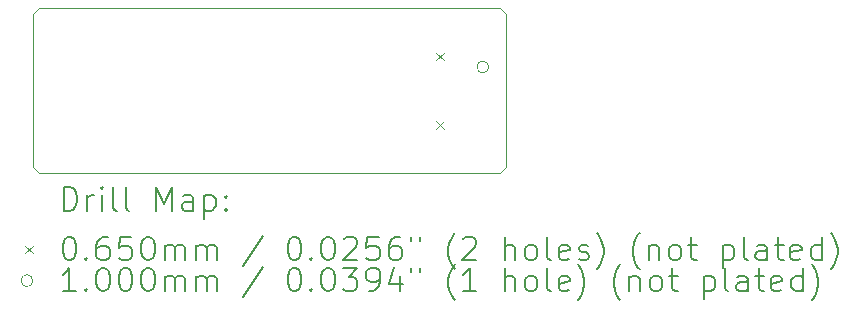
<source format=gbr>
%TF.GenerationSoftware,KiCad,Pcbnew,8.0.3*%
%TF.CreationDate,2024-07-15T22:15:33+10:00*%
%TF.ProjectId,rs-probe,72732d70-726f-4626-952e-6b696361645f,rev?*%
%TF.SameCoordinates,Original*%
%TF.FileFunction,Drillmap*%
%TF.FilePolarity,Positive*%
%FSLAX45Y45*%
G04 Gerber Fmt 4.5, Leading zero omitted, Abs format (unit mm)*
G04 Created by KiCad (PCBNEW 8.0.3) date 2024-07-15 22:15:33*
%MOMM*%
%LPD*%
G01*
G04 APERTURE LIST*
%ADD10C,0.100000*%
%ADD11C,0.200000*%
G04 APERTURE END LIST*
D10*
X18800000Y-9300000D02*
X14900000Y-9300000D01*
X14850000Y-9250000D02*
X14850000Y-7950000D01*
X18850000Y-9250000D02*
X18800000Y-9300000D01*
X14900000Y-7900000D02*
X18800000Y-7900000D01*
X18800000Y-7900000D02*
X18850000Y-7950000D01*
X14850000Y-9250000D02*
X14900000Y-9300000D01*
X14850000Y-7950000D02*
X14900000Y-7900000D01*
X18850000Y-7950000D02*
X18850000Y-9250000D01*
D11*
D10*
X18257500Y-8278500D02*
X18322500Y-8343500D01*
X18322500Y-8278500D02*
X18257500Y-8343500D01*
X18257500Y-8856500D02*
X18322500Y-8921500D01*
X18322500Y-8856500D02*
X18257500Y-8921500D01*
X18705000Y-8399995D02*
G75*
G02*
X18605000Y-8399995I-50000J0D01*
G01*
X18605000Y-8399995D02*
G75*
G02*
X18705000Y-8399995I50000J0D01*
G01*
D11*
X15105777Y-9616484D02*
X15105777Y-9416484D01*
X15105777Y-9416484D02*
X15153396Y-9416484D01*
X15153396Y-9416484D02*
X15181967Y-9426008D01*
X15181967Y-9426008D02*
X15201015Y-9445055D01*
X15201015Y-9445055D02*
X15210539Y-9464103D01*
X15210539Y-9464103D02*
X15220062Y-9502198D01*
X15220062Y-9502198D02*
X15220062Y-9530770D01*
X15220062Y-9530770D02*
X15210539Y-9568865D01*
X15210539Y-9568865D02*
X15201015Y-9587912D01*
X15201015Y-9587912D02*
X15181967Y-9606960D01*
X15181967Y-9606960D02*
X15153396Y-9616484D01*
X15153396Y-9616484D02*
X15105777Y-9616484D01*
X15305777Y-9616484D02*
X15305777Y-9483150D01*
X15305777Y-9521246D02*
X15315301Y-9502198D01*
X15315301Y-9502198D02*
X15324824Y-9492674D01*
X15324824Y-9492674D02*
X15343872Y-9483150D01*
X15343872Y-9483150D02*
X15362920Y-9483150D01*
X15429586Y-9616484D02*
X15429586Y-9483150D01*
X15429586Y-9416484D02*
X15420062Y-9426008D01*
X15420062Y-9426008D02*
X15429586Y-9435531D01*
X15429586Y-9435531D02*
X15439110Y-9426008D01*
X15439110Y-9426008D02*
X15429586Y-9416484D01*
X15429586Y-9416484D02*
X15429586Y-9435531D01*
X15553396Y-9616484D02*
X15534348Y-9606960D01*
X15534348Y-9606960D02*
X15524824Y-9587912D01*
X15524824Y-9587912D02*
X15524824Y-9416484D01*
X15658158Y-9616484D02*
X15639110Y-9606960D01*
X15639110Y-9606960D02*
X15629586Y-9587912D01*
X15629586Y-9587912D02*
X15629586Y-9416484D01*
X15886729Y-9616484D02*
X15886729Y-9416484D01*
X15886729Y-9416484D02*
X15953396Y-9559341D01*
X15953396Y-9559341D02*
X16020062Y-9416484D01*
X16020062Y-9416484D02*
X16020062Y-9616484D01*
X16201015Y-9616484D02*
X16201015Y-9511722D01*
X16201015Y-9511722D02*
X16191491Y-9492674D01*
X16191491Y-9492674D02*
X16172443Y-9483150D01*
X16172443Y-9483150D02*
X16134348Y-9483150D01*
X16134348Y-9483150D02*
X16115301Y-9492674D01*
X16201015Y-9606960D02*
X16181967Y-9616484D01*
X16181967Y-9616484D02*
X16134348Y-9616484D01*
X16134348Y-9616484D02*
X16115301Y-9606960D01*
X16115301Y-9606960D02*
X16105777Y-9587912D01*
X16105777Y-9587912D02*
X16105777Y-9568865D01*
X16105777Y-9568865D02*
X16115301Y-9549817D01*
X16115301Y-9549817D02*
X16134348Y-9540293D01*
X16134348Y-9540293D02*
X16181967Y-9540293D01*
X16181967Y-9540293D02*
X16201015Y-9530770D01*
X16296253Y-9483150D02*
X16296253Y-9683150D01*
X16296253Y-9492674D02*
X16315301Y-9483150D01*
X16315301Y-9483150D02*
X16353396Y-9483150D01*
X16353396Y-9483150D02*
X16372443Y-9492674D01*
X16372443Y-9492674D02*
X16381967Y-9502198D01*
X16381967Y-9502198D02*
X16391491Y-9521246D01*
X16391491Y-9521246D02*
X16391491Y-9578389D01*
X16391491Y-9578389D02*
X16381967Y-9597436D01*
X16381967Y-9597436D02*
X16372443Y-9606960D01*
X16372443Y-9606960D02*
X16353396Y-9616484D01*
X16353396Y-9616484D02*
X16315301Y-9616484D01*
X16315301Y-9616484D02*
X16296253Y-9606960D01*
X16477205Y-9597436D02*
X16486729Y-9606960D01*
X16486729Y-9606960D02*
X16477205Y-9616484D01*
X16477205Y-9616484D02*
X16467682Y-9606960D01*
X16467682Y-9606960D02*
X16477205Y-9597436D01*
X16477205Y-9597436D02*
X16477205Y-9616484D01*
X16477205Y-9492674D02*
X16486729Y-9502198D01*
X16486729Y-9502198D02*
X16477205Y-9511722D01*
X16477205Y-9511722D02*
X16467682Y-9502198D01*
X16467682Y-9502198D02*
X16477205Y-9492674D01*
X16477205Y-9492674D02*
X16477205Y-9511722D01*
D10*
X14780000Y-9912500D02*
X14845000Y-9977500D01*
X14845000Y-9912500D02*
X14780000Y-9977500D01*
D11*
X15143872Y-9836484D02*
X15162920Y-9836484D01*
X15162920Y-9836484D02*
X15181967Y-9846008D01*
X15181967Y-9846008D02*
X15191491Y-9855531D01*
X15191491Y-9855531D02*
X15201015Y-9874579D01*
X15201015Y-9874579D02*
X15210539Y-9912674D01*
X15210539Y-9912674D02*
X15210539Y-9960293D01*
X15210539Y-9960293D02*
X15201015Y-9998389D01*
X15201015Y-9998389D02*
X15191491Y-10017436D01*
X15191491Y-10017436D02*
X15181967Y-10026960D01*
X15181967Y-10026960D02*
X15162920Y-10036484D01*
X15162920Y-10036484D02*
X15143872Y-10036484D01*
X15143872Y-10036484D02*
X15124824Y-10026960D01*
X15124824Y-10026960D02*
X15115301Y-10017436D01*
X15115301Y-10017436D02*
X15105777Y-9998389D01*
X15105777Y-9998389D02*
X15096253Y-9960293D01*
X15096253Y-9960293D02*
X15096253Y-9912674D01*
X15096253Y-9912674D02*
X15105777Y-9874579D01*
X15105777Y-9874579D02*
X15115301Y-9855531D01*
X15115301Y-9855531D02*
X15124824Y-9846008D01*
X15124824Y-9846008D02*
X15143872Y-9836484D01*
X15296253Y-10017436D02*
X15305777Y-10026960D01*
X15305777Y-10026960D02*
X15296253Y-10036484D01*
X15296253Y-10036484D02*
X15286729Y-10026960D01*
X15286729Y-10026960D02*
X15296253Y-10017436D01*
X15296253Y-10017436D02*
X15296253Y-10036484D01*
X15477205Y-9836484D02*
X15439110Y-9836484D01*
X15439110Y-9836484D02*
X15420062Y-9846008D01*
X15420062Y-9846008D02*
X15410539Y-9855531D01*
X15410539Y-9855531D02*
X15391491Y-9884103D01*
X15391491Y-9884103D02*
X15381967Y-9922198D01*
X15381967Y-9922198D02*
X15381967Y-9998389D01*
X15381967Y-9998389D02*
X15391491Y-10017436D01*
X15391491Y-10017436D02*
X15401015Y-10026960D01*
X15401015Y-10026960D02*
X15420062Y-10036484D01*
X15420062Y-10036484D02*
X15458158Y-10036484D01*
X15458158Y-10036484D02*
X15477205Y-10026960D01*
X15477205Y-10026960D02*
X15486729Y-10017436D01*
X15486729Y-10017436D02*
X15496253Y-9998389D01*
X15496253Y-9998389D02*
X15496253Y-9950770D01*
X15496253Y-9950770D02*
X15486729Y-9931722D01*
X15486729Y-9931722D02*
X15477205Y-9922198D01*
X15477205Y-9922198D02*
X15458158Y-9912674D01*
X15458158Y-9912674D02*
X15420062Y-9912674D01*
X15420062Y-9912674D02*
X15401015Y-9922198D01*
X15401015Y-9922198D02*
X15391491Y-9931722D01*
X15391491Y-9931722D02*
X15381967Y-9950770D01*
X15677205Y-9836484D02*
X15581967Y-9836484D01*
X15581967Y-9836484D02*
X15572443Y-9931722D01*
X15572443Y-9931722D02*
X15581967Y-9922198D01*
X15581967Y-9922198D02*
X15601015Y-9912674D01*
X15601015Y-9912674D02*
X15648634Y-9912674D01*
X15648634Y-9912674D02*
X15667682Y-9922198D01*
X15667682Y-9922198D02*
X15677205Y-9931722D01*
X15677205Y-9931722D02*
X15686729Y-9950770D01*
X15686729Y-9950770D02*
X15686729Y-9998389D01*
X15686729Y-9998389D02*
X15677205Y-10017436D01*
X15677205Y-10017436D02*
X15667682Y-10026960D01*
X15667682Y-10026960D02*
X15648634Y-10036484D01*
X15648634Y-10036484D02*
X15601015Y-10036484D01*
X15601015Y-10036484D02*
X15581967Y-10026960D01*
X15581967Y-10026960D02*
X15572443Y-10017436D01*
X15810539Y-9836484D02*
X15829586Y-9836484D01*
X15829586Y-9836484D02*
X15848634Y-9846008D01*
X15848634Y-9846008D02*
X15858158Y-9855531D01*
X15858158Y-9855531D02*
X15867682Y-9874579D01*
X15867682Y-9874579D02*
X15877205Y-9912674D01*
X15877205Y-9912674D02*
X15877205Y-9960293D01*
X15877205Y-9960293D02*
X15867682Y-9998389D01*
X15867682Y-9998389D02*
X15858158Y-10017436D01*
X15858158Y-10017436D02*
X15848634Y-10026960D01*
X15848634Y-10026960D02*
X15829586Y-10036484D01*
X15829586Y-10036484D02*
X15810539Y-10036484D01*
X15810539Y-10036484D02*
X15791491Y-10026960D01*
X15791491Y-10026960D02*
X15781967Y-10017436D01*
X15781967Y-10017436D02*
X15772443Y-9998389D01*
X15772443Y-9998389D02*
X15762920Y-9960293D01*
X15762920Y-9960293D02*
X15762920Y-9912674D01*
X15762920Y-9912674D02*
X15772443Y-9874579D01*
X15772443Y-9874579D02*
X15781967Y-9855531D01*
X15781967Y-9855531D02*
X15791491Y-9846008D01*
X15791491Y-9846008D02*
X15810539Y-9836484D01*
X15962920Y-10036484D02*
X15962920Y-9903150D01*
X15962920Y-9922198D02*
X15972443Y-9912674D01*
X15972443Y-9912674D02*
X15991491Y-9903150D01*
X15991491Y-9903150D02*
X16020063Y-9903150D01*
X16020063Y-9903150D02*
X16039110Y-9912674D01*
X16039110Y-9912674D02*
X16048634Y-9931722D01*
X16048634Y-9931722D02*
X16048634Y-10036484D01*
X16048634Y-9931722D02*
X16058158Y-9912674D01*
X16058158Y-9912674D02*
X16077205Y-9903150D01*
X16077205Y-9903150D02*
X16105777Y-9903150D01*
X16105777Y-9903150D02*
X16124824Y-9912674D01*
X16124824Y-9912674D02*
X16134348Y-9931722D01*
X16134348Y-9931722D02*
X16134348Y-10036484D01*
X16229586Y-10036484D02*
X16229586Y-9903150D01*
X16229586Y-9922198D02*
X16239110Y-9912674D01*
X16239110Y-9912674D02*
X16258158Y-9903150D01*
X16258158Y-9903150D02*
X16286729Y-9903150D01*
X16286729Y-9903150D02*
X16305777Y-9912674D01*
X16305777Y-9912674D02*
X16315301Y-9931722D01*
X16315301Y-9931722D02*
X16315301Y-10036484D01*
X16315301Y-9931722D02*
X16324824Y-9912674D01*
X16324824Y-9912674D02*
X16343872Y-9903150D01*
X16343872Y-9903150D02*
X16372443Y-9903150D01*
X16372443Y-9903150D02*
X16391491Y-9912674D01*
X16391491Y-9912674D02*
X16401015Y-9931722D01*
X16401015Y-9931722D02*
X16401015Y-10036484D01*
X16791491Y-9826960D02*
X16620063Y-10084103D01*
X17048634Y-9836484D02*
X17067682Y-9836484D01*
X17067682Y-9836484D02*
X17086729Y-9846008D01*
X17086729Y-9846008D02*
X17096253Y-9855531D01*
X17096253Y-9855531D02*
X17105777Y-9874579D01*
X17105777Y-9874579D02*
X17115301Y-9912674D01*
X17115301Y-9912674D02*
X17115301Y-9960293D01*
X17115301Y-9960293D02*
X17105777Y-9998389D01*
X17105777Y-9998389D02*
X17096253Y-10017436D01*
X17096253Y-10017436D02*
X17086729Y-10026960D01*
X17086729Y-10026960D02*
X17067682Y-10036484D01*
X17067682Y-10036484D02*
X17048634Y-10036484D01*
X17048634Y-10036484D02*
X17029587Y-10026960D01*
X17029587Y-10026960D02*
X17020063Y-10017436D01*
X17020063Y-10017436D02*
X17010539Y-9998389D01*
X17010539Y-9998389D02*
X17001015Y-9960293D01*
X17001015Y-9960293D02*
X17001015Y-9912674D01*
X17001015Y-9912674D02*
X17010539Y-9874579D01*
X17010539Y-9874579D02*
X17020063Y-9855531D01*
X17020063Y-9855531D02*
X17029587Y-9846008D01*
X17029587Y-9846008D02*
X17048634Y-9836484D01*
X17201015Y-10017436D02*
X17210539Y-10026960D01*
X17210539Y-10026960D02*
X17201015Y-10036484D01*
X17201015Y-10036484D02*
X17191491Y-10026960D01*
X17191491Y-10026960D02*
X17201015Y-10017436D01*
X17201015Y-10017436D02*
X17201015Y-10036484D01*
X17334348Y-9836484D02*
X17353396Y-9836484D01*
X17353396Y-9836484D02*
X17372444Y-9846008D01*
X17372444Y-9846008D02*
X17381968Y-9855531D01*
X17381968Y-9855531D02*
X17391491Y-9874579D01*
X17391491Y-9874579D02*
X17401015Y-9912674D01*
X17401015Y-9912674D02*
X17401015Y-9960293D01*
X17401015Y-9960293D02*
X17391491Y-9998389D01*
X17391491Y-9998389D02*
X17381968Y-10017436D01*
X17381968Y-10017436D02*
X17372444Y-10026960D01*
X17372444Y-10026960D02*
X17353396Y-10036484D01*
X17353396Y-10036484D02*
X17334348Y-10036484D01*
X17334348Y-10036484D02*
X17315301Y-10026960D01*
X17315301Y-10026960D02*
X17305777Y-10017436D01*
X17305777Y-10017436D02*
X17296253Y-9998389D01*
X17296253Y-9998389D02*
X17286729Y-9960293D01*
X17286729Y-9960293D02*
X17286729Y-9912674D01*
X17286729Y-9912674D02*
X17296253Y-9874579D01*
X17296253Y-9874579D02*
X17305777Y-9855531D01*
X17305777Y-9855531D02*
X17315301Y-9846008D01*
X17315301Y-9846008D02*
X17334348Y-9836484D01*
X17477206Y-9855531D02*
X17486729Y-9846008D01*
X17486729Y-9846008D02*
X17505777Y-9836484D01*
X17505777Y-9836484D02*
X17553396Y-9836484D01*
X17553396Y-9836484D02*
X17572444Y-9846008D01*
X17572444Y-9846008D02*
X17581968Y-9855531D01*
X17581968Y-9855531D02*
X17591491Y-9874579D01*
X17591491Y-9874579D02*
X17591491Y-9893627D01*
X17591491Y-9893627D02*
X17581968Y-9922198D01*
X17581968Y-9922198D02*
X17467682Y-10036484D01*
X17467682Y-10036484D02*
X17591491Y-10036484D01*
X17772444Y-9836484D02*
X17677206Y-9836484D01*
X17677206Y-9836484D02*
X17667682Y-9931722D01*
X17667682Y-9931722D02*
X17677206Y-9922198D01*
X17677206Y-9922198D02*
X17696253Y-9912674D01*
X17696253Y-9912674D02*
X17743872Y-9912674D01*
X17743872Y-9912674D02*
X17762920Y-9922198D01*
X17762920Y-9922198D02*
X17772444Y-9931722D01*
X17772444Y-9931722D02*
X17781968Y-9950770D01*
X17781968Y-9950770D02*
X17781968Y-9998389D01*
X17781968Y-9998389D02*
X17772444Y-10017436D01*
X17772444Y-10017436D02*
X17762920Y-10026960D01*
X17762920Y-10026960D02*
X17743872Y-10036484D01*
X17743872Y-10036484D02*
X17696253Y-10036484D01*
X17696253Y-10036484D02*
X17677206Y-10026960D01*
X17677206Y-10026960D02*
X17667682Y-10017436D01*
X17953396Y-9836484D02*
X17915301Y-9836484D01*
X17915301Y-9836484D02*
X17896253Y-9846008D01*
X17896253Y-9846008D02*
X17886729Y-9855531D01*
X17886729Y-9855531D02*
X17867682Y-9884103D01*
X17867682Y-9884103D02*
X17858158Y-9922198D01*
X17858158Y-9922198D02*
X17858158Y-9998389D01*
X17858158Y-9998389D02*
X17867682Y-10017436D01*
X17867682Y-10017436D02*
X17877206Y-10026960D01*
X17877206Y-10026960D02*
X17896253Y-10036484D01*
X17896253Y-10036484D02*
X17934349Y-10036484D01*
X17934349Y-10036484D02*
X17953396Y-10026960D01*
X17953396Y-10026960D02*
X17962920Y-10017436D01*
X17962920Y-10017436D02*
X17972444Y-9998389D01*
X17972444Y-9998389D02*
X17972444Y-9950770D01*
X17972444Y-9950770D02*
X17962920Y-9931722D01*
X17962920Y-9931722D02*
X17953396Y-9922198D01*
X17953396Y-9922198D02*
X17934349Y-9912674D01*
X17934349Y-9912674D02*
X17896253Y-9912674D01*
X17896253Y-9912674D02*
X17877206Y-9922198D01*
X17877206Y-9922198D02*
X17867682Y-9931722D01*
X17867682Y-9931722D02*
X17858158Y-9950770D01*
X18048634Y-9836484D02*
X18048634Y-9874579D01*
X18124825Y-9836484D02*
X18124825Y-9874579D01*
X18420063Y-10112674D02*
X18410539Y-10103150D01*
X18410539Y-10103150D02*
X18391491Y-10074579D01*
X18391491Y-10074579D02*
X18381968Y-10055531D01*
X18381968Y-10055531D02*
X18372444Y-10026960D01*
X18372444Y-10026960D02*
X18362920Y-9979341D01*
X18362920Y-9979341D02*
X18362920Y-9941246D01*
X18362920Y-9941246D02*
X18372444Y-9893627D01*
X18372444Y-9893627D02*
X18381968Y-9865055D01*
X18381968Y-9865055D02*
X18391491Y-9846008D01*
X18391491Y-9846008D02*
X18410539Y-9817436D01*
X18410539Y-9817436D02*
X18420063Y-9807912D01*
X18486730Y-9855531D02*
X18496253Y-9846008D01*
X18496253Y-9846008D02*
X18515301Y-9836484D01*
X18515301Y-9836484D02*
X18562920Y-9836484D01*
X18562920Y-9836484D02*
X18581968Y-9846008D01*
X18581968Y-9846008D02*
X18591491Y-9855531D01*
X18591491Y-9855531D02*
X18601015Y-9874579D01*
X18601015Y-9874579D02*
X18601015Y-9893627D01*
X18601015Y-9893627D02*
X18591491Y-9922198D01*
X18591491Y-9922198D02*
X18477206Y-10036484D01*
X18477206Y-10036484D02*
X18601015Y-10036484D01*
X18839111Y-10036484D02*
X18839111Y-9836484D01*
X18924825Y-10036484D02*
X18924825Y-9931722D01*
X18924825Y-9931722D02*
X18915301Y-9912674D01*
X18915301Y-9912674D02*
X18896253Y-9903150D01*
X18896253Y-9903150D02*
X18867682Y-9903150D01*
X18867682Y-9903150D02*
X18848634Y-9912674D01*
X18848634Y-9912674D02*
X18839111Y-9922198D01*
X19048634Y-10036484D02*
X19029587Y-10026960D01*
X19029587Y-10026960D02*
X19020063Y-10017436D01*
X19020063Y-10017436D02*
X19010539Y-9998389D01*
X19010539Y-9998389D02*
X19010539Y-9941246D01*
X19010539Y-9941246D02*
X19020063Y-9922198D01*
X19020063Y-9922198D02*
X19029587Y-9912674D01*
X19029587Y-9912674D02*
X19048634Y-9903150D01*
X19048634Y-9903150D02*
X19077206Y-9903150D01*
X19077206Y-9903150D02*
X19096253Y-9912674D01*
X19096253Y-9912674D02*
X19105777Y-9922198D01*
X19105777Y-9922198D02*
X19115301Y-9941246D01*
X19115301Y-9941246D02*
X19115301Y-9998389D01*
X19115301Y-9998389D02*
X19105777Y-10017436D01*
X19105777Y-10017436D02*
X19096253Y-10026960D01*
X19096253Y-10026960D02*
X19077206Y-10036484D01*
X19077206Y-10036484D02*
X19048634Y-10036484D01*
X19229587Y-10036484D02*
X19210539Y-10026960D01*
X19210539Y-10026960D02*
X19201015Y-10007912D01*
X19201015Y-10007912D02*
X19201015Y-9836484D01*
X19381968Y-10026960D02*
X19362920Y-10036484D01*
X19362920Y-10036484D02*
X19324825Y-10036484D01*
X19324825Y-10036484D02*
X19305777Y-10026960D01*
X19305777Y-10026960D02*
X19296253Y-10007912D01*
X19296253Y-10007912D02*
X19296253Y-9931722D01*
X19296253Y-9931722D02*
X19305777Y-9912674D01*
X19305777Y-9912674D02*
X19324825Y-9903150D01*
X19324825Y-9903150D02*
X19362920Y-9903150D01*
X19362920Y-9903150D02*
X19381968Y-9912674D01*
X19381968Y-9912674D02*
X19391492Y-9931722D01*
X19391492Y-9931722D02*
X19391492Y-9950770D01*
X19391492Y-9950770D02*
X19296253Y-9969817D01*
X19467682Y-10026960D02*
X19486730Y-10036484D01*
X19486730Y-10036484D02*
X19524825Y-10036484D01*
X19524825Y-10036484D02*
X19543873Y-10026960D01*
X19543873Y-10026960D02*
X19553396Y-10007912D01*
X19553396Y-10007912D02*
X19553396Y-9998389D01*
X19553396Y-9998389D02*
X19543873Y-9979341D01*
X19543873Y-9979341D02*
X19524825Y-9969817D01*
X19524825Y-9969817D02*
X19496253Y-9969817D01*
X19496253Y-9969817D02*
X19477206Y-9960293D01*
X19477206Y-9960293D02*
X19467682Y-9941246D01*
X19467682Y-9941246D02*
X19467682Y-9931722D01*
X19467682Y-9931722D02*
X19477206Y-9912674D01*
X19477206Y-9912674D02*
X19496253Y-9903150D01*
X19496253Y-9903150D02*
X19524825Y-9903150D01*
X19524825Y-9903150D02*
X19543873Y-9912674D01*
X19620063Y-10112674D02*
X19629587Y-10103150D01*
X19629587Y-10103150D02*
X19648634Y-10074579D01*
X19648634Y-10074579D02*
X19658158Y-10055531D01*
X19658158Y-10055531D02*
X19667682Y-10026960D01*
X19667682Y-10026960D02*
X19677206Y-9979341D01*
X19677206Y-9979341D02*
X19677206Y-9941246D01*
X19677206Y-9941246D02*
X19667682Y-9893627D01*
X19667682Y-9893627D02*
X19658158Y-9865055D01*
X19658158Y-9865055D02*
X19648634Y-9846008D01*
X19648634Y-9846008D02*
X19629587Y-9817436D01*
X19629587Y-9817436D02*
X19620063Y-9807912D01*
X19981968Y-10112674D02*
X19972444Y-10103150D01*
X19972444Y-10103150D02*
X19953396Y-10074579D01*
X19953396Y-10074579D02*
X19943873Y-10055531D01*
X19943873Y-10055531D02*
X19934349Y-10026960D01*
X19934349Y-10026960D02*
X19924825Y-9979341D01*
X19924825Y-9979341D02*
X19924825Y-9941246D01*
X19924825Y-9941246D02*
X19934349Y-9893627D01*
X19934349Y-9893627D02*
X19943873Y-9865055D01*
X19943873Y-9865055D02*
X19953396Y-9846008D01*
X19953396Y-9846008D02*
X19972444Y-9817436D01*
X19972444Y-9817436D02*
X19981968Y-9807912D01*
X20058158Y-9903150D02*
X20058158Y-10036484D01*
X20058158Y-9922198D02*
X20067682Y-9912674D01*
X20067682Y-9912674D02*
X20086730Y-9903150D01*
X20086730Y-9903150D02*
X20115301Y-9903150D01*
X20115301Y-9903150D02*
X20134349Y-9912674D01*
X20134349Y-9912674D02*
X20143873Y-9931722D01*
X20143873Y-9931722D02*
X20143873Y-10036484D01*
X20267682Y-10036484D02*
X20248634Y-10026960D01*
X20248634Y-10026960D02*
X20239111Y-10017436D01*
X20239111Y-10017436D02*
X20229587Y-9998389D01*
X20229587Y-9998389D02*
X20229587Y-9941246D01*
X20229587Y-9941246D02*
X20239111Y-9922198D01*
X20239111Y-9922198D02*
X20248634Y-9912674D01*
X20248634Y-9912674D02*
X20267682Y-9903150D01*
X20267682Y-9903150D02*
X20296254Y-9903150D01*
X20296254Y-9903150D02*
X20315301Y-9912674D01*
X20315301Y-9912674D02*
X20324825Y-9922198D01*
X20324825Y-9922198D02*
X20334349Y-9941246D01*
X20334349Y-9941246D02*
X20334349Y-9998389D01*
X20334349Y-9998389D02*
X20324825Y-10017436D01*
X20324825Y-10017436D02*
X20315301Y-10026960D01*
X20315301Y-10026960D02*
X20296254Y-10036484D01*
X20296254Y-10036484D02*
X20267682Y-10036484D01*
X20391492Y-9903150D02*
X20467682Y-9903150D01*
X20420063Y-9836484D02*
X20420063Y-10007912D01*
X20420063Y-10007912D02*
X20429587Y-10026960D01*
X20429587Y-10026960D02*
X20448634Y-10036484D01*
X20448634Y-10036484D02*
X20467682Y-10036484D01*
X20686730Y-9903150D02*
X20686730Y-10103150D01*
X20686730Y-9912674D02*
X20705777Y-9903150D01*
X20705777Y-9903150D02*
X20743873Y-9903150D01*
X20743873Y-9903150D02*
X20762920Y-9912674D01*
X20762920Y-9912674D02*
X20772444Y-9922198D01*
X20772444Y-9922198D02*
X20781968Y-9941246D01*
X20781968Y-9941246D02*
X20781968Y-9998389D01*
X20781968Y-9998389D02*
X20772444Y-10017436D01*
X20772444Y-10017436D02*
X20762920Y-10026960D01*
X20762920Y-10026960D02*
X20743873Y-10036484D01*
X20743873Y-10036484D02*
X20705777Y-10036484D01*
X20705777Y-10036484D02*
X20686730Y-10026960D01*
X20896254Y-10036484D02*
X20877206Y-10026960D01*
X20877206Y-10026960D02*
X20867682Y-10007912D01*
X20867682Y-10007912D02*
X20867682Y-9836484D01*
X21058158Y-10036484D02*
X21058158Y-9931722D01*
X21058158Y-9931722D02*
X21048635Y-9912674D01*
X21048635Y-9912674D02*
X21029587Y-9903150D01*
X21029587Y-9903150D02*
X20991492Y-9903150D01*
X20991492Y-9903150D02*
X20972444Y-9912674D01*
X21058158Y-10026960D02*
X21039111Y-10036484D01*
X21039111Y-10036484D02*
X20991492Y-10036484D01*
X20991492Y-10036484D02*
X20972444Y-10026960D01*
X20972444Y-10026960D02*
X20962920Y-10007912D01*
X20962920Y-10007912D02*
X20962920Y-9988865D01*
X20962920Y-9988865D02*
X20972444Y-9969817D01*
X20972444Y-9969817D02*
X20991492Y-9960293D01*
X20991492Y-9960293D02*
X21039111Y-9960293D01*
X21039111Y-9960293D02*
X21058158Y-9950770D01*
X21124825Y-9903150D02*
X21201015Y-9903150D01*
X21153396Y-9836484D02*
X21153396Y-10007912D01*
X21153396Y-10007912D02*
X21162920Y-10026960D01*
X21162920Y-10026960D02*
X21181968Y-10036484D01*
X21181968Y-10036484D02*
X21201015Y-10036484D01*
X21343873Y-10026960D02*
X21324825Y-10036484D01*
X21324825Y-10036484D02*
X21286730Y-10036484D01*
X21286730Y-10036484D02*
X21267682Y-10026960D01*
X21267682Y-10026960D02*
X21258158Y-10007912D01*
X21258158Y-10007912D02*
X21258158Y-9931722D01*
X21258158Y-9931722D02*
X21267682Y-9912674D01*
X21267682Y-9912674D02*
X21286730Y-9903150D01*
X21286730Y-9903150D02*
X21324825Y-9903150D01*
X21324825Y-9903150D02*
X21343873Y-9912674D01*
X21343873Y-9912674D02*
X21353396Y-9931722D01*
X21353396Y-9931722D02*
X21353396Y-9950770D01*
X21353396Y-9950770D02*
X21258158Y-9969817D01*
X21524825Y-10036484D02*
X21524825Y-9836484D01*
X21524825Y-10026960D02*
X21505777Y-10036484D01*
X21505777Y-10036484D02*
X21467682Y-10036484D01*
X21467682Y-10036484D02*
X21448635Y-10026960D01*
X21448635Y-10026960D02*
X21439111Y-10017436D01*
X21439111Y-10017436D02*
X21429587Y-9998389D01*
X21429587Y-9998389D02*
X21429587Y-9941246D01*
X21429587Y-9941246D02*
X21439111Y-9922198D01*
X21439111Y-9922198D02*
X21448635Y-9912674D01*
X21448635Y-9912674D02*
X21467682Y-9903150D01*
X21467682Y-9903150D02*
X21505777Y-9903150D01*
X21505777Y-9903150D02*
X21524825Y-9912674D01*
X21601016Y-10112674D02*
X21610539Y-10103150D01*
X21610539Y-10103150D02*
X21629587Y-10074579D01*
X21629587Y-10074579D02*
X21639111Y-10055531D01*
X21639111Y-10055531D02*
X21648635Y-10026960D01*
X21648635Y-10026960D02*
X21658158Y-9979341D01*
X21658158Y-9979341D02*
X21658158Y-9941246D01*
X21658158Y-9941246D02*
X21648635Y-9893627D01*
X21648635Y-9893627D02*
X21639111Y-9865055D01*
X21639111Y-9865055D02*
X21629587Y-9846008D01*
X21629587Y-9846008D02*
X21610539Y-9817436D01*
X21610539Y-9817436D02*
X21601016Y-9807912D01*
D10*
X14845000Y-10209000D02*
G75*
G02*
X14745000Y-10209000I-50000J0D01*
G01*
X14745000Y-10209000D02*
G75*
G02*
X14845000Y-10209000I50000J0D01*
G01*
D11*
X15210539Y-10300484D02*
X15096253Y-10300484D01*
X15153396Y-10300484D02*
X15153396Y-10100484D01*
X15153396Y-10100484D02*
X15134348Y-10129055D01*
X15134348Y-10129055D02*
X15115301Y-10148103D01*
X15115301Y-10148103D02*
X15096253Y-10157627D01*
X15296253Y-10281436D02*
X15305777Y-10290960D01*
X15305777Y-10290960D02*
X15296253Y-10300484D01*
X15296253Y-10300484D02*
X15286729Y-10290960D01*
X15286729Y-10290960D02*
X15296253Y-10281436D01*
X15296253Y-10281436D02*
X15296253Y-10300484D01*
X15429586Y-10100484D02*
X15448634Y-10100484D01*
X15448634Y-10100484D02*
X15467682Y-10110008D01*
X15467682Y-10110008D02*
X15477205Y-10119531D01*
X15477205Y-10119531D02*
X15486729Y-10138579D01*
X15486729Y-10138579D02*
X15496253Y-10176674D01*
X15496253Y-10176674D02*
X15496253Y-10224293D01*
X15496253Y-10224293D02*
X15486729Y-10262389D01*
X15486729Y-10262389D02*
X15477205Y-10281436D01*
X15477205Y-10281436D02*
X15467682Y-10290960D01*
X15467682Y-10290960D02*
X15448634Y-10300484D01*
X15448634Y-10300484D02*
X15429586Y-10300484D01*
X15429586Y-10300484D02*
X15410539Y-10290960D01*
X15410539Y-10290960D02*
X15401015Y-10281436D01*
X15401015Y-10281436D02*
X15391491Y-10262389D01*
X15391491Y-10262389D02*
X15381967Y-10224293D01*
X15381967Y-10224293D02*
X15381967Y-10176674D01*
X15381967Y-10176674D02*
X15391491Y-10138579D01*
X15391491Y-10138579D02*
X15401015Y-10119531D01*
X15401015Y-10119531D02*
X15410539Y-10110008D01*
X15410539Y-10110008D02*
X15429586Y-10100484D01*
X15620062Y-10100484D02*
X15639110Y-10100484D01*
X15639110Y-10100484D02*
X15658158Y-10110008D01*
X15658158Y-10110008D02*
X15667682Y-10119531D01*
X15667682Y-10119531D02*
X15677205Y-10138579D01*
X15677205Y-10138579D02*
X15686729Y-10176674D01*
X15686729Y-10176674D02*
X15686729Y-10224293D01*
X15686729Y-10224293D02*
X15677205Y-10262389D01*
X15677205Y-10262389D02*
X15667682Y-10281436D01*
X15667682Y-10281436D02*
X15658158Y-10290960D01*
X15658158Y-10290960D02*
X15639110Y-10300484D01*
X15639110Y-10300484D02*
X15620062Y-10300484D01*
X15620062Y-10300484D02*
X15601015Y-10290960D01*
X15601015Y-10290960D02*
X15591491Y-10281436D01*
X15591491Y-10281436D02*
X15581967Y-10262389D01*
X15581967Y-10262389D02*
X15572443Y-10224293D01*
X15572443Y-10224293D02*
X15572443Y-10176674D01*
X15572443Y-10176674D02*
X15581967Y-10138579D01*
X15581967Y-10138579D02*
X15591491Y-10119531D01*
X15591491Y-10119531D02*
X15601015Y-10110008D01*
X15601015Y-10110008D02*
X15620062Y-10100484D01*
X15810539Y-10100484D02*
X15829586Y-10100484D01*
X15829586Y-10100484D02*
X15848634Y-10110008D01*
X15848634Y-10110008D02*
X15858158Y-10119531D01*
X15858158Y-10119531D02*
X15867682Y-10138579D01*
X15867682Y-10138579D02*
X15877205Y-10176674D01*
X15877205Y-10176674D02*
X15877205Y-10224293D01*
X15877205Y-10224293D02*
X15867682Y-10262389D01*
X15867682Y-10262389D02*
X15858158Y-10281436D01*
X15858158Y-10281436D02*
X15848634Y-10290960D01*
X15848634Y-10290960D02*
X15829586Y-10300484D01*
X15829586Y-10300484D02*
X15810539Y-10300484D01*
X15810539Y-10300484D02*
X15791491Y-10290960D01*
X15791491Y-10290960D02*
X15781967Y-10281436D01*
X15781967Y-10281436D02*
X15772443Y-10262389D01*
X15772443Y-10262389D02*
X15762920Y-10224293D01*
X15762920Y-10224293D02*
X15762920Y-10176674D01*
X15762920Y-10176674D02*
X15772443Y-10138579D01*
X15772443Y-10138579D02*
X15781967Y-10119531D01*
X15781967Y-10119531D02*
X15791491Y-10110008D01*
X15791491Y-10110008D02*
X15810539Y-10100484D01*
X15962920Y-10300484D02*
X15962920Y-10167150D01*
X15962920Y-10186198D02*
X15972443Y-10176674D01*
X15972443Y-10176674D02*
X15991491Y-10167150D01*
X15991491Y-10167150D02*
X16020063Y-10167150D01*
X16020063Y-10167150D02*
X16039110Y-10176674D01*
X16039110Y-10176674D02*
X16048634Y-10195722D01*
X16048634Y-10195722D02*
X16048634Y-10300484D01*
X16048634Y-10195722D02*
X16058158Y-10176674D01*
X16058158Y-10176674D02*
X16077205Y-10167150D01*
X16077205Y-10167150D02*
X16105777Y-10167150D01*
X16105777Y-10167150D02*
X16124824Y-10176674D01*
X16124824Y-10176674D02*
X16134348Y-10195722D01*
X16134348Y-10195722D02*
X16134348Y-10300484D01*
X16229586Y-10300484D02*
X16229586Y-10167150D01*
X16229586Y-10186198D02*
X16239110Y-10176674D01*
X16239110Y-10176674D02*
X16258158Y-10167150D01*
X16258158Y-10167150D02*
X16286729Y-10167150D01*
X16286729Y-10167150D02*
X16305777Y-10176674D01*
X16305777Y-10176674D02*
X16315301Y-10195722D01*
X16315301Y-10195722D02*
X16315301Y-10300484D01*
X16315301Y-10195722D02*
X16324824Y-10176674D01*
X16324824Y-10176674D02*
X16343872Y-10167150D01*
X16343872Y-10167150D02*
X16372443Y-10167150D01*
X16372443Y-10167150D02*
X16391491Y-10176674D01*
X16391491Y-10176674D02*
X16401015Y-10195722D01*
X16401015Y-10195722D02*
X16401015Y-10300484D01*
X16791491Y-10090960D02*
X16620063Y-10348103D01*
X17048634Y-10100484D02*
X17067682Y-10100484D01*
X17067682Y-10100484D02*
X17086729Y-10110008D01*
X17086729Y-10110008D02*
X17096253Y-10119531D01*
X17096253Y-10119531D02*
X17105777Y-10138579D01*
X17105777Y-10138579D02*
X17115301Y-10176674D01*
X17115301Y-10176674D02*
X17115301Y-10224293D01*
X17115301Y-10224293D02*
X17105777Y-10262389D01*
X17105777Y-10262389D02*
X17096253Y-10281436D01*
X17096253Y-10281436D02*
X17086729Y-10290960D01*
X17086729Y-10290960D02*
X17067682Y-10300484D01*
X17067682Y-10300484D02*
X17048634Y-10300484D01*
X17048634Y-10300484D02*
X17029587Y-10290960D01*
X17029587Y-10290960D02*
X17020063Y-10281436D01*
X17020063Y-10281436D02*
X17010539Y-10262389D01*
X17010539Y-10262389D02*
X17001015Y-10224293D01*
X17001015Y-10224293D02*
X17001015Y-10176674D01*
X17001015Y-10176674D02*
X17010539Y-10138579D01*
X17010539Y-10138579D02*
X17020063Y-10119531D01*
X17020063Y-10119531D02*
X17029587Y-10110008D01*
X17029587Y-10110008D02*
X17048634Y-10100484D01*
X17201015Y-10281436D02*
X17210539Y-10290960D01*
X17210539Y-10290960D02*
X17201015Y-10300484D01*
X17201015Y-10300484D02*
X17191491Y-10290960D01*
X17191491Y-10290960D02*
X17201015Y-10281436D01*
X17201015Y-10281436D02*
X17201015Y-10300484D01*
X17334348Y-10100484D02*
X17353396Y-10100484D01*
X17353396Y-10100484D02*
X17372444Y-10110008D01*
X17372444Y-10110008D02*
X17381968Y-10119531D01*
X17381968Y-10119531D02*
X17391491Y-10138579D01*
X17391491Y-10138579D02*
X17401015Y-10176674D01*
X17401015Y-10176674D02*
X17401015Y-10224293D01*
X17401015Y-10224293D02*
X17391491Y-10262389D01*
X17391491Y-10262389D02*
X17381968Y-10281436D01*
X17381968Y-10281436D02*
X17372444Y-10290960D01*
X17372444Y-10290960D02*
X17353396Y-10300484D01*
X17353396Y-10300484D02*
X17334348Y-10300484D01*
X17334348Y-10300484D02*
X17315301Y-10290960D01*
X17315301Y-10290960D02*
X17305777Y-10281436D01*
X17305777Y-10281436D02*
X17296253Y-10262389D01*
X17296253Y-10262389D02*
X17286729Y-10224293D01*
X17286729Y-10224293D02*
X17286729Y-10176674D01*
X17286729Y-10176674D02*
X17296253Y-10138579D01*
X17296253Y-10138579D02*
X17305777Y-10119531D01*
X17305777Y-10119531D02*
X17315301Y-10110008D01*
X17315301Y-10110008D02*
X17334348Y-10100484D01*
X17467682Y-10100484D02*
X17591491Y-10100484D01*
X17591491Y-10100484D02*
X17524825Y-10176674D01*
X17524825Y-10176674D02*
X17553396Y-10176674D01*
X17553396Y-10176674D02*
X17572444Y-10186198D01*
X17572444Y-10186198D02*
X17581968Y-10195722D01*
X17581968Y-10195722D02*
X17591491Y-10214770D01*
X17591491Y-10214770D02*
X17591491Y-10262389D01*
X17591491Y-10262389D02*
X17581968Y-10281436D01*
X17581968Y-10281436D02*
X17572444Y-10290960D01*
X17572444Y-10290960D02*
X17553396Y-10300484D01*
X17553396Y-10300484D02*
X17496253Y-10300484D01*
X17496253Y-10300484D02*
X17477206Y-10290960D01*
X17477206Y-10290960D02*
X17467682Y-10281436D01*
X17686729Y-10300484D02*
X17724825Y-10300484D01*
X17724825Y-10300484D02*
X17743872Y-10290960D01*
X17743872Y-10290960D02*
X17753396Y-10281436D01*
X17753396Y-10281436D02*
X17772444Y-10252865D01*
X17772444Y-10252865D02*
X17781968Y-10214770D01*
X17781968Y-10214770D02*
X17781968Y-10138579D01*
X17781968Y-10138579D02*
X17772444Y-10119531D01*
X17772444Y-10119531D02*
X17762920Y-10110008D01*
X17762920Y-10110008D02*
X17743872Y-10100484D01*
X17743872Y-10100484D02*
X17705777Y-10100484D01*
X17705777Y-10100484D02*
X17686729Y-10110008D01*
X17686729Y-10110008D02*
X17677206Y-10119531D01*
X17677206Y-10119531D02*
X17667682Y-10138579D01*
X17667682Y-10138579D02*
X17667682Y-10186198D01*
X17667682Y-10186198D02*
X17677206Y-10205246D01*
X17677206Y-10205246D02*
X17686729Y-10214770D01*
X17686729Y-10214770D02*
X17705777Y-10224293D01*
X17705777Y-10224293D02*
X17743872Y-10224293D01*
X17743872Y-10224293D02*
X17762920Y-10214770D01*
X17762920Y-10214770D02*
X17772444Y-10205246D01*
X17772444Y-10205246D02*
X17781968Y-10186198D01*
X17953396Y-10167150D02*
X17953396Y-10300484D01*
X17905777Y-10090960D02*
X17858158Y-10233817D01*
X17858158Y-10233817D02*
X17981968Y-10233817D01*
X18048634Y-10100484D02*
X18048634Y-10138579D01*
X18124825Y-10100484D02*
X18124825Y-10138579D01*
X18420063Y-10376674D02*
X18410539Y-10367150D01*
X18410539Y-10367150D02*
X18391491Y-10338579D01*
X18391491Y-10338579D02*
X18381968Y-10319531D01*
X18381968Y-10319531D02*
X18372444Y-10290960D01*
X18372444Y-10290960D02*
X18362920Y-10243341D01*
X18362920Y-10243341D02*
X18362920Y-10205246D01*
X18362920Y-10205246D02*
X18372444Y-10157627D01*
X18372444Y-10157627D02*
X18381968Y-10129055D01*
X18381968Y-10129055D02*
X18391491Y-10110008D01*
X18391491Y-10110008D02*
X18410539Y-10081436D01*
X18410539Y-10081436D02*
X18420063Y-10071912D01*
X18601015Y-10300484D02*
X18486730Y-10300484D01*
X18543872Y-10300484D02*
X18543872Y-10100484D01*
X18543872Y-10100484D02*
X18524825Y-10129055D01*
X18524825Y-10129055D02*
X18505777Y-10148103D01*
X18505777Y-10148103D02*
X18486730Y-10157627D01*
X18839111Y-10300484D02*
X18839111Y-10100484D01*
X18924825Y-10300484D02*
X18924825Y-10195722D01*
X18924825Y-10195722D02*
X18915301Y-10176674D01*
X18915301Y-10176674D02*
X18896253Y-10167150D01*
X18896253Y-10167150D02*
X18867682Y-10167150D01*
X18867682Y-10167150D02*
X18848634Y-10176674D01*
X18848634Y-10176674D02*
X18839111Y-10186198D01*
X19048634Y-10300484D02*
X19029587Y-10290960D01*
X19029587Y-10290960D02*
X19020063Y-10281436D01*
X19020063Y-10281436D02*
X19010539Y-10262389D01*
X19010539Y-10262389D02*
X19010539Y-10205246D01*
X19010539Y-10205246D02*
X19020063Y-10186198D01*
X19020063Y-10186198D02*
X19029587Y-10176674D01*
X19029587Y-10176674D02*
X19048634Y-10167150D01*
X19048634Y-10167150D02*
X19077206Y-10167150D01*
X19077206Y-10167150D02*
X19096253Y-10176674D01*
X19096253Y-10176674D02*
X19105777Y-10186198D01*
X19105777Y-10186198D02*
X19115301Y-10205246D01*
X19115301Y-10205246D02*
X19115301Y-10262389D01*
X19115301Y-10262389D02*
X19105777Y-10281436D01*
X19105777Y-10281436D02*
X19096253Y-10290960D01*
X19096253Y-10290960D02*
X19077206Y-10300484D01*
X19077206Y-10300484D02*
X19048634Y-10300484D01*
X19229587Y-10300484D02*
X19210539Y-10290960D01*
X19210539Y-10290960D02*
X19201015Y-10271912D01*
X19201015Y-10271912D02*
X19201015Y-10100484D01*
X19381968Y-10290960D02*
X19362920Y-10300484D01*
X19362920Y-10300484D02*
X19324825Y-10300484D01*
X19324825Y-10300484D02*
X19305777Y-10290960D01*
X19305777Y-10290960D02*
X19296253Y-10271912D01*
X19296253Y-10271912D02*
X19296253Y-10195722D01*
X19296253Y-10195722D02*
X19305777Y-10176674D01*
X19305777Y-10176674D02*
X19324825Y-10167150D01*
X19324825Y-10167150D02*
X19362920Y-10167150D01*
X19362920Y-10167150D02*
X19381968Y-10176674D01*
X19381968Y-10176674D02*
X19391492Y-10195722D01*
X19391492Y-10195722D02*
X19391492Y-10214770D01*
X19391492Y-10214770D02*
X19296253Y-10233817D01*
X19458158Y-10376674D02*
X19467682Y-10367150D01*
X19467682Y-10367150D02*
X19486730Y-10338579D01*
X19486730Y-10338579D02*
X19496253Y-10319531D01*
X19496253Y-10319531D02*
X19505777Y-10290960D01*
X19505777Y-10290960D02*
X19515301Y-10243341D01*
X19515301Y-10243341D02*
X19515301Y-10205246D01*
X19515301Y-10205246D02*
X19505777Y-10157627D01*
X19505777Y-10157627D02*
X19496253Y-10129055D01*
X19496253Y-10129055D02*
X19486730Y-10110008D01*
X19486730Y-10110008D02*
X19467682Y-10081436D01*
X19467682Y-10081436D02*
X19458158Y-10071912D01*
X19820063Y-10376674D02*
X19810539Y-10367150D01*
X19810539Y-10367150D02*
X19791492Y-10338579D01*
X19791492Y-10338579D02*
X19781968Y-10319531D01*
X19781968Y-10319531D02*
X19772444Y-10290960D01*
X19772444Y-10290960D02*
X19762920Y-10243341D01*
X19762920Y-10243341D02*
X19762920Y-10205246D01*
X19762920Y-10205246D02*
X19772444Y-10157627D01*
X19772444Y-10157627D02*
X19781968Y-10129055D01*
X19781968Y-10129055D02*
X19791492Y-10110008D01*
X19791492Y-10110008D02*
X19810539Y-10081436D01*
X19810539Y-10081436D02*
X19820063Y-10071912D01*
X19896253Y-10167150D02*
X19896253Y-10300484D01*
X19896253Y-10186198D02*
X19905777Y-10176674D01*
X19905777Y-10176674D02*
X19924825Y-10167150D01*
X19924825Y-10167150D02*
X19953396Y-10167150D01*
X19953396Y-10167150D02*
X19972444Y-10176674D01*
X19972444Y-10176674D02*
X19981968Y-10195722D01*
X19981968Y-10195722D02*
X19981968Y-10300484D01*
X20105777Y-10300484D02*
X20086730Y-10290960D01*
X20086730Y-10290960D02*
X20077206Y-10281436D01*
X20077206Y-10281436D02*
X20067682Y-10262389D01*
X20067682Y-10262389D02*
X20067682Y-10205246D01*
X20067682Y-10205246D02*
X20077206Y-10186198D01*
X20077206Y-10186198D02*
X20086730Y-10176674D01*
X20086730Y-10176674D02*
X20105777Y-10167150D01*
X20105777Y-10167150D02*
X20134349Y-10167150D01*
X20134349Y-10167150D02*
X20153396Y-10176674D01*
X20153396Y-10176674D02*
X20162920Y-10186198D01*
X20162920Y-10186198D02*
X20172444Y-10205246D01*
X20172444Y-10205246D02*
X20172444Y-10262389D01*
X20172444Y-10262389D02*
X20162920Y-10281436D01*
X20162920Y-10281436D02*
X20153396Y-10290960D01*
X20153396Y-10290960D02*
X20134349Y-10300484D01*
X20134349Y-10300484D02*
X20105777Y-10300484D01*
X20229587Y-10167150D02*
X20305777Y-10167150D01*
X20258158Y-10100484D02*
X20258158Y-10271912D01*
X20258158Y-10271912D02*
X20267682Y-10290960D01*
X20267682Y-10290960D02*
X20286730Y-10300484D01*
X20286730Y-10300484D02*
X20305777Y-10300484D01*
X20524825Y-10167150D02*
X20524825Y-10367150D01*
X20524825Y-10176674D02*
X20543873Y-10167150D01*
X20543873Y-10167150D02*
X20581968Y-10167150D01*
X20581968Y-10167150D02*
X20601015Y-10176674D01*
X20601015Y-10176674D02*
X20610539Y-10186198D01*
X20610539Y-10186198D02*
X20620063Y-10205246D01*
X20620063Y-10205246D02*
X20620063Y-10262389D01*
X20620063Y-10262389D02*
X20610539Y-10281436D01*
X20610539Y-10281436D02*
X20601015Y-10290960D01*
X20601015Y-10290960D02*
X20581968Y-10300484D01*
X20581968Y-10300484D02*
X20543873Y-10300484D01*
X20543873Y-10300484D02*
X20524825Y-10290960D01*
X20734349Y-10300484D02*
X20715301Y-10290960D01*
X20715301Y-10290960D02*
X20705777Y-10271912D01*
X20705777Y-10271912D02*
X20705777Y-10100484D01*
X20896254Y-10300484D02*
X20896254Y-10195722D01*
X20896254Y-10195722D02*
X20886730Y-10176674D01*
X20886730Y-10176674D02*
X20867682Y-10167150D01*
X20867682Y-10167150D02*
X20829587Y-10167150D01*
X20829587Y-10167150D02*
X20810539Y-10176674D01*
X20896254Y-10290960D02*
X20877206Y-10300484D01*
X20877206Y-10300484D02*
X20829587Y-10300484D01*
X20829587Y-10300484D02*
X20810539Y-10290960D01*
X20810539Y-10290960D02*
X20801015Y-10271912D01*
X20801015Y-10271912D02*
X20801015Y-10252865D01*
X20801015Y-10252865D02*
X20810539Y-10233817D01*
X20810539Y-10233817D02*
X20829587Y-10224293D01*
X20829587Y-10224293D02*
X20877206Y-10224293D01*
X20877206Y-10224293D02*
X20896254Y-10214770D01*
X20962920Y-10167150D02*
X21039111Y-10167150D01*
X20991492Y-10100484D02*
X20991492Y-10271912D01*
X20991492Y-10271912D02*
X21001015Y-10290960D01*
X21001015Y-10290960D02*
X21020063Y-10300484D01*
X21020063Y-10300484D02*
X21039111Y-10300484D01*
X21181968Y-10290960D02*
X21162920Y-10300484D01*
X21162920Y-10300484D02*
X21124825Y-10300484D01*
X21124825Y-10300484D02*
X21105777Y-10290960D01*
X21105777Y-10290960D02*
X21096254Y-10271912D01*
X21096254Y-10271912D02*
X21096254Y-10195722D01*
X21096254Y-10195722D02*
X21105777Y-10176674D01*
X21105777Y-10176674D02*
X21124825Y-10167150D01*
X21124825Y-10167150D02*
X21162920Y-10167150D01*
X21162920Y-10167150D02*
X21181968Y-10176674D01*
X21181968Y-10176674D02*
X21191492Y-10195722D01*
X21191492Y-10195722D02*
X21191492Y-10214770D01*
X21191492Y-10214770D02*
X21096254Y-10233817D01*
X21362920Y-10300484D02*
X21362920Y-10100484D01*
X21362920Y-10290960D02*
X21343873Y-10300484D01*
X21343873Y-10300484D02*
X21305777Y-10300484D01*
X21305777Y-10300484D02*
X21286730Y-10290960D01*
X21286730Y-10290960D02*
X21277206Y-10281436D01*
X21277206Y-10281436D02*
X21267682Y-10262389D01*
X21267682Y-10262389D02*
X21267682Y-10205246D01*
X21267682Y-10205246D02*
X21277206Y-10186198D01*
X21277206Y-10186198D02*
X21286730Y-10176674D01*
X21286730Y-10176674D02*
X21305777Y-10167150D01*
X21305777Y-10167150D02*
X21343873Y-10167150D01*
X21343873Y-10167150D02*
X21362920Y-10176674D01*
X21439111Y-10376674D02*
X21448635Y-10367150D01*
X21448635Y-10367150D02*
X21467682Y-10338579D01*
X21467682Y-10338579D02*
X21477206Y-10319531D01*
X21477206Y-10319531D02*
X21486730Y-10290960D01*
X21486730Y-10290960D02*
X21496254Y-10243341D01*
X21496254Y-10243341D02*
X21496254Y-10205246D01*
X21496254Y-10205246D02*
X21486730Y-10157627D01*
X21486730Y-10157627D02*
X21477206Y-10129055D01*
X21477206Y-10129055D02*
X21467682Y-10110008D01*
X21467682Y-10110008D02*
X21448635Y-10081436D01*
X21448635Y-10081436D02*
X21439111Y-10071912D01*
M02*

</source>
